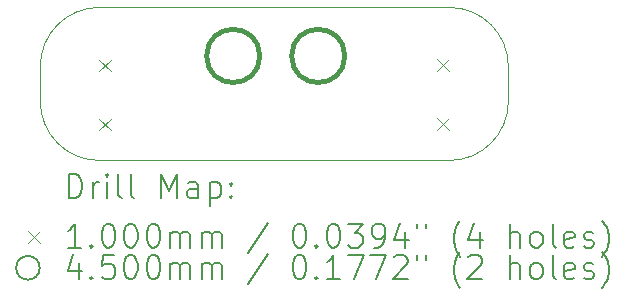
<source format=gbr>
%TF.GenerationSoftware,KiCad,Pcbnew,7.0.1*%
%TF.CreationDate,2024-05-21T14:39:31-07:00*%
%TF.ProjectId,Power_Filter_Board_V1,506f7765-725f-4466-996c-7465725f426f,rev?*%
%TF.SameCoordinates,Original*%
%TF.FileFunction,Drillmap*%
%TF.FilePolarity,Positive*%
%FSLAX45Y45*%
G04 Gerber Fmt 4.5, Leading zero omitted, Abs format (unit mm)*
G04 Created by KiCad (PCBNEW 7.0.1) date 2024-05-21 14:39:31*
%MOMM*%
%LPD*%
G01*
G04 APERTURE LIST*
%ADD10C,0.100000*%
%ADD11C,0.200000*%
%ADD12C,0.450000*%
G04 APERTURE END LIST*
D10*
X12491000Y-10101000D02*
G75*
G03*
X12991000Y-10601000I500000J0D01*
G01*
X15954000Y-10601000D02*
G75*
G03*
X16454000Y-10101000I0J500000D01*
G01*
X15954000Y-10601000D02*
X12991000Y-10601000D01*
X12991000Y-9305000D02*
G75*
G03*
X12491000Y-9805000I0J-500000D01*
G01*
X12491000Y-10101000D02*
X12491000Y-9805000D01*
X16454000Y-9805000D02*
G75*
G03*
X15954000Y-9305000I-500000J0D01*
G01*
X16454000Y-9805000D02*
X16454000Y-10101000D01*
X12991000Y-9305000D02*
X15954000Y-9305000D01*
D11*
D10*
X12991000Y-9746768D02*
X13091000Y-9846768D01*
X13091000Y-9746768D02*
X12991000Y-9846768D01*
X12991000Y-10246768D02*
X13091000Y-10346768D01*
X13091000Y-10246768D02*
X12991000Y-10346768D01*
X15852000Y-9743000D02*
X15952000Y-9843000D01*
X15952000Y-9743000D02*
X15852000Y-9843000D01*
X15852000Y-10243000D02*
X15952000Y-10343000D01*
X15952000Y-10243000D02*
X15852000Y-10343000D01*
D12*
X14349000Y-9716000D02*
G75*
G03*
X14349000Y-9716000I-225000J0D01*
G01*
X15069000Y-9716000D02*
G75*
G03*
X15069000Y-9716000I-225000J0D01*
G01*
D11*
X12733619Y-10918524D02*
X12733619Y-10718524D01*
X12733619Y-10718524D02*
X12781238Y-10718524D01*
X12781238Y-10718524D02*
X12809809Y-10728048D01*
X12809809Y-10728048D02*
X12828857Y-10747095D01*
X12828857Y-10747095D02*
X12838381Y-10766143D01*
X12838381Y-10766143D02*
X12847905Y-10804238D01*
X12847905Y-10804238D02*
X12847905Y-10832810D01*
X12847905Y-10832810D02*
X12838381Y-10870905D01*
X12838381Y-10870905D02*
X12828857Y-10889952D01*
X12828857Y-10889952D02*
X12809809Y-10909000D01*
X12809809Y-10909000D02*
X12781238Y-10918524D01*
X12781238Y-10918524D02*
X12733619Y-10918524D01*
X12933619Y-10918524D02*
X12933619Y-10785190D01*
X12933619Y-10823286D02*
X12943143Y-10804238D01*
X12943143Y-10804238D02*
X12952667Y-10794714D01*
X12952667Y-10794714D02*
X12971714Y-10785190D01*
X12971714Y-10785190D02*
X12990762Y-10785190D01*
X13057428Y-10918524D02*
X13057428Y-10785190D01*
X13057428Y-10718524D02*
X13047905Y-10728048D01*
X13047905Y-10728048D02*
X13057428Y-10737571D01*
X13057428Y-10737571D02*
X13066952Y-10728048D01*
X13066952Y-10728048D02*
X13057428Y-10718524D01*
X13057428Y-10718524D02*
X13057428Y-10737571D01*
X13181238Y-10918524D02*
X13162190Y-10909000D01*
X13162190Y-10909000D02*
X13152667Y-10889952D01*
X13152667Y-10889952D02*
X13152667Y-10718524D01*
X13286000Y-10918524D02*
X13266952Y-10909000D01*
X13266952Y-10909000D02*
X13257428Y-10889952D01*
X13257428Y-10889952D02*
X13257428Y-10718524D01*
X13514571Y-10918524D02*
X13514571Y-10718524D01*
X13514571Y-10718524D02*
X13581238Y-10861381D01*
X13581238Y-10861381D02*
X13647905Y-10718524D01*
X13647905Y-10718524D02*
X13647905Y-10918524D01*
X13828857Y-10918524D02*
X13828857Y-10813762D01*
X13828857Y-10813762D02*
X13819333Y-10794714D01*
X13819333Y-10794714D02*
X13800286Y-10785190D01*
X13800286Y-10785190D02*
X13762190Y-10785190D01*
X13762190Y-10785190D02*
X13743143Y-10794714D01*
X13828857Y-10909000D02*
X13809809Y-10918524D01*
X13809809Y-10918524D02*
X13762190Y-10918524D01*
X13762190Y-10918524D02*
X13743143Y-10909000D01*
X13743143Y-10909000D02*
X13733619Y-10889952D01*
X13733619Y-10889952D02*
X13733619Y-10870905D01*
X13733619Y-10870905D02*
X13743143Y-10851857D01*
X13743143Y-10851857D02*
X13762190Y-10842333D01*
X13762190Y-10842333D02*
X13809809Y-10842333D01*
X13809809Y-10842333D02*
X13828857Y-10832810D01*
X13924095Y-10785190D02*
X13924095Y-10985190D01*
X13924095Y-10794714D02*
X13943143Y-10785190D01*
X13943143Y-10785190D02*
X13981238Y-10785190D01*
X13981238Y-10785190D02*
X14000286Y-10794714D01*
X14000286Y-10794714D02*
X14009809Y-10804238D01*
X14009809Y-10804238D02*
X14019333Y-10823286D01*
X14019333Y-10823286D02*
X14019333Y-10880429D01*
X14019333Y-10880429D02*
X14009809Y-10899476D01*
X14009809Y-10899476D02*
X14000286Y-10909000D01*
X14000286Y-10909000D02*
X13981238Y-10918524D01*
X13981238Y-10918524D02*
X13943143Y-10918524D01*
X13943143Y-10918524D02*
X13924095Y-10909000D01*
X14105048Y-10899476D02*
X14114571Y-10909000D01*
X14114571Y-10909000D02*
X14105048Y-10918524D01*
X14105048Y-10918524D02*
X14095524Y-10909000D01*
X14095524Y-10909000D02*
X14105048Y-10899476D01*
X14105048Y-10899476D02*
X14105048Y-10918524D01*
X14105048Y-10794714D02*
X14114571Y-10804238D01*
X14114571Y-10804238D02*
X14105048Y-10813762D01*
X14105048Y-10813762D02*
X14095524Y-10804238D01*
X14095524Y-10804238D02*
X14105048Y-10794714D01*
X14105048Y-10794714D02*
X14105048Y-10813762D01*
D10*
X12386000Y-11196000D02*
X12486000Y-11296000D01*
X12486000Y-11196000D02*
X12386000Y-11296000D01*
D11*
X12838381Y-11338524D02*
X12724095Y-11338524D01*
X12781238Y-11338524D02*
X12781238Y-11138524D01*
X12781238Y-11138524D02*
X12762190Y-11167095D01*
X12762190Y-11167095D02*
X12743143Y-11186143D01*
X12743143Y-11186143D02*
X12724095Y-11195667D01*
X12924095Y-11319476D02*
X12933619Y-11329000D01*
X12933619Y-11329000D02*
X12924095Y-11338524D01*
X12924095Y-11338524D02*
X12914571Y-11329000D01*
X12914571Y-11329000D02*
X12924095Y-11319476D01*
X12924095Y-11319476D02*
X12924095Y-11338524D01*
X13057428Y-11138524D02*
X13076476Y-11138524D01*
X13076476Y-11138524D02*
X13095524Y-11148048D01*
X13095524Y-11148048D02*
X13105048Y-11157571D01*
X13105048Y-11157571D02*
X13114571Y-11176619D01*
X13114571Y-11176619D02*
X13124095Y-11214714D01*
X13124095Y-11214714D02*
X13124095Y-11262333D01*
X13124095Y-11262333D02*
X13114571Y-11300428D01*
X13114571Y-11300428D02*
X13105048Y-11319476D01*
X13105048Y-11319476D02*
X13095524Y-11329000D01*
X13095524Y-11329000D02*
X13076476Y-11338524D01*
X13076476Y-11338524D02*
X13057428Y-11338524D01*
X13057428Y-11338524D02*
X13038381Y-11329000D01*
X13038381Y-11329000D02*
X13028857Y-11319476D01*
X13028857Y-11319476D02*
X13019333Y-11300428D01*
X13019333Y-11300428D02*
X13009809Y-11262333D01*
X13009809Y-11262333D02*
X13009809Y-11214714D01*
X13009809Y-11214714D02*
X13019333Y-11176619D01*
X13019333Y-11176619D02*
X13028857Y-11157571D01*
X13028857Y-11157571D02*
X13038381Y-11148048D01*
X13038381Y-11148048D02*
X13057428Y-11138524D01*
X13247905Y-11138524D02*
X13266952Y-11138524D01*
X13266952Y-11138524D02*
X13286000Y-11148048D01*
X13286000Y-11148048D02*
X13295524Y-11157571D01*
X13295524Y-11157571D02*
X13305048Y-11176619D01*
X13305048Y-11176619D02*
X13314571Y-11214714D01*
X13314571Y-11214714D02*
X13314571Y-11262333D01*
X13314571Y-11262333D02*
X13305048Y-11300428D01*
X13305048Y-11300428D02*
X13295524Y-11319476D01*
X13295524Y-11319476D02*
X13286000Y-11329000D01*
X13286000Y-11329000D02*
X13266952Y-11338524D01*
X13266952Y-11338524D02*
X13247905Y-11338524D01*
X13247905Y-11338524D02*
X13228857Y-11329000D01*
X13228857Y-11329000D02*
X13219333Y-11319476D01*
X13219333Y-11319476D02*
X13209809Y-11300428D01*
X13209809Y-11300428D02*
X13200286Y-11262333D01*
X13200286Y-11262333D02*
X13200286Y-11214714D01*
X13200286Y-11214714D02*
X13209809Y-11176619D01*
X13209809Y-11176619D02*
X13219333Y-11157571D01*
X13219333Y-11157571D02*
X13228857Y-11148048D01*
X13228857Y-11148048D02*
X13247905Y-11138524D01*
X13438381Y-11138524D02*
X13457429Y-11138524D01*
X13457429Y-11138524D02*
X13476476Y-11148048D01*
X13476476Y-11148048D02*
X13486000Y-11157571D01*
X13486000Y-11157571D02*
X13495524Y-11176619D01*
X13495524Y-11176619D02*
X13505048Y-11214714D01*
X13505048Y-11214714D02*
X13505048Y-11262333D01*
X13505048Y-11262333D02*
X13495524Y-11300428D01*
X13495524Y-11300428D02*
X13486000Y-11319476D01*
X13486000Y-11319476D02*
X13476476Y-11329000D01*
X13476476Y-11329000D02*
X13457429Y-11338524D01*
X13457429Y-11338524D02*
X13438381Y-11338524D01*
X13438381Y-11338524D02*
X13419333Y-11329000D01*
X13419333Y-11329000D02*
X13409809Y-11319476D01*
X13409809Y-11319476D02*
X13400286Y-11300428D01*
X13400286Y-11300428D02*
X13390762Y-11262333D01*
X13390762Y-11262333D02*
X13390762Y-11214714D01*
X13390762Y-11214714D02*
X13400286Y-11176619D01*
X13400286Y-11176619D02*
X13409809Y-11157571D01*
X13409809Y-11157571D02*
X13419333Y-11148048D01*
X13419333Y-11148048D02*
X13438381Y-11138524D01*
X13590762Y-11338524D02*
X13590762Y-11205190D01*
X13590762Y-11224238D02*
X13600286Y-11214714D01*
X13600286Y-11214714D02*
X13619333Y-11205190D01*
X13619333Y-11205190D02*
X13647905Y-11205190D01*
X13647905Y-11205190D02*
X13666952Y-11214714D01*
X13666952Y-11214714D02*
X13676476Y-11233762D01*
X13676476Y-11233762D02*
X13676476Y-11338524D01*
X13676476Y-11233762D02*
X13686000Y-11214714D01*
X13686000Y-11214714D02*
X13705048Y-11205190D01*
X13705048Y-11205190D02*
X13733619Y-11205190D01*
X13733619Y-11205190D02*
X13752667Y-11214714D01*
X13752667Y-11214714D02*
X13762190Y-11233762D01*
X13762190Y-11233762D02*
X13762190Y-11338524D01*
X13857429Y-11338524D02*
X13857429Y-11205190D01*
X13857429Y-11224238D02*
X13866952Y-11214714D01*
X13866952Y-11214714D02*
X13886000Y-11205190D01*
X13886000Y-11205190D02*
X13914571Y-11205190D01*
X13914571Y-11205190D02*
X13933619Y-11214714D01*
X13933619Y-11214714D02*
X13943143Y-11233762D01*
X13943143Y-11233762D02*
X13943143Y-11338524D01*
X13943143Y-11233762D02*
X13952667Y-11214714D01*
X13952667Y-11214714D02*
X13971714Y-11205190D01*
X13971714Y-11205190D02*
X14000286Y-11205190D01*
X14000286Y-11205190D02*
X14019333Y-11214714D01*
X14019333Y-11214714D02*
X14028857Y-11233762D01*
X14028857Y-11233762D02*
X14028857Y-11338524D01*
X14419333Y-11129000D02*
X14247905Y-11386143D01*
X14676476Y-11138524D02*
X14695524Y-11138524D01*
X14695524Y-11138524D02*
X14714572Y-11148048D01*
X14714572Y-11148048D02*
X14724095Y-11157571D01*
X14724095Y-11157571D02*
X14733619Y-11176619D01*
X14733619Y-11176619D02*
X14743143Y-11214714D01*
X14743143Y-11214714D02*
X14743143Y-11262333D01*
X14743143Y-11262333D02*
X14733619Y-11300428D01*
X14733619Y-11300428D02*
X14724095Y-11319476D01*
X14724095Y-11319476D02*
X14714572Y-11329000D01*
X14714572Y-11329000D02*
X14695524Y-11338524D01*
X14695524Y-11338524D02*
X14676476Y-11338524D01*
X14676476Y-11338524D02*
X14657429Y-11329000D01*
X14657429Y-11329000D02*
X14647905Y-11319476D01*
X14647905Y-11319476D02*
X14638381Y-11300428D01*
X14638381Y-11300428D02*
X14628857Y-11262333D01*
X14628857Y-11262333D02*
X14628857Y-11214714D01*
X14628857Y-11214714D02*
X14638381Y-11176619D01*
X14638381Y-11176619D02*
X14647905Y-11157571D01*
X14647905Y-11157571D02*
X14657429Y-11148048D01*
X14657429Y-11148048D02*
X14676476Y-11138524D01*
X14828857Y-11319476D02*
X14838381Y-11329000D01*
X14838381Y-11329000D02*
X14828857Y-11338524D01*
X14828857Y-11338524D02*
X14819333Y-11329000D01*
X14819333Y-11329000D02*
X14828857Y-11319476D01*
X14828857Y-11319476D02*
X14828857Y-11338524D01*
X14962191Y-11138524D02*
X14981238Y-11138524D01*
X14981238Y-11138524D02*
X15000286Y-11148048D01*
X15000286Y-11148048D02*
X15009810Y-11157571D01*
X15009810Y-11157571D02*
X15019333Y-11176619D01*
X15019333Y-11176619D02*
X15028857Y-11214714D01*
X15028857Y-11214714D02*
X15028857Y-11262333D01*
X15028857Y-11262333D02*
X15019333Y-11300428D01*
X15019333Y-11300428D02*
X15009810Y-11319476D01*
X15009810Y-11319476D02*
X15000286Y-11329000D01*
X15000286Y-11329000D02*
X14981238Y-11338524D01*
X14981238Y-11338524D02*
X14962191Y-11338524D01*
X14962191Y-11338524D02*
X14943143Y-11329000D01*
X14943143Y-11329000D02*
X14933619Y-11319476D01*
X14933619Y-11319476D02*
X14924095Y-11300428D01*
X14924095Y-11300428D02*
X14914572Y-11262333D01*
X14914572Y-11262333D02*
X14914572Y-11214714D01*
X14914572Y-11214714D02*
X14924095Y-11176619D01*
X14924095Y-11176619D02*
X14933619Y-11157571D01*
X14933619Y-11157571D02*
X14943143Y-11148048D01*
X14943143Y-11148048D02*
X14962191Y-11138524D01*
X15095524Y-11138524D02*
X15219333Y-11138524D01*
X15219333Y-11138524D02*
X15152667Y-11214714D01*
X15152667Y-11214714D02*
X15181238Y-11214714D01*
X15181238Y-11214714D02*
X15200286Y-11224238D01*
X15200286Y-11224238D02*
X15209810Y-11233762D01*
X15209810Y-11233762D02*
X15219333Y-11252809D01*
X15219333Y-11252809D02*
X15219333Y-11300428D01*
X15219333Y-11300428D02*
X15209810Y-11319476D01*
X15209810Y-11319476D02*
X15200286Y-11329000D01*
X15200286Y-11329000D02*
X15181238Y-11338524D01*
X15181238Y-11338524D02*
X15124095Y-11338524D01*
X15124095Y-11338524D02*
X15105048Y-11329000D01*
X15105048Y-11329000D02*
X15095524Y-11319476D01*
X15314572Y-11338524D02*
X15352667Y-11338524D01*
X15352667Y-11338524D02*
X15371714Y-11329000D01*
X15371714Y-11329000D02*
X15381238Y-11319476D01*
X15381238Y-11319476D02*
X15400286Y-11290905D01*
X15400286Y-11290905D02*
X15409810Y-11252809D01*
X15409810Y-11252809D02*
X15409810Y-11176619D01*
X15409810Y-11176619D02*
X15400286Y-11157571D01*
X15400286Y-11157571D02*
X15390762Y-11148048D01*
X15390762Y-11148048D02*
X15371714Y-11138524D01*
X15371714Y-11138524D02*
X15333619Y-11138524D01*
X15333619Y-11138524D02*
X15314572Y-11148048D01*
X15314572Y-11148048D02*
X15305048Y-11157571D01*
X15305048Y-11157571D02*
X15295524Y-11176619D01*
X15295524Y-11176619D02*
X15295524Y-11224238D01*
X15295524Y-11224238D02*
X15305048Y-11243286D01*
X15305048Y-11243286D02*
X15314572Y-11252809D01*
X15314572Y-11252809D02*
X15333619Y-11262333D01*
X15333619Y-11262333D02*
X15371714Y-11262333D01*
X15371714Y-11262333D02*
X15390762Y-11252809D01*
X15390762Y-11252809D02*
X15400286Y-11243286D01*
X15400286Y-11243286D02*
X15409810Y-11224238D01*
X15581238Y-11205190D02*
X15581238Y-11338524D01*
X15533619Y-11129000D02*
X15486000Y-11271857D01*
X15486000Y-11271857D02*
X15609810Y-11271857D01*
X15676476Y-11138524D02*
X15676476Y-11176619D01*
X15752667Y-11138524D02*
X15752667Y-11176619D01*
X16047905Y-11414714D02*
X16038381Y-11405190D01*
X16038381Y-11405190D02*
X16019334Y-11376619D01*
X16019334Y-11376619D02*
X16009810Y-11357571D01*
X16009810Y-11357571D02*
X16000286Y-11329000D01*
X16000286Y-11329000D02*
X15990762Y-11281381D01*
X15990762Y-11281381D02*
X15990762Y-11243286D01*
X15990762Y-11243286D02*
X16000286Y-11195667D01*
X16000286Y-11195667D02*
X16009810Y-11167095D01*
X16009810Y-11167095D02*
X16019334Y-11148048D01*
X16019334Y-11148048D02*
X16038381Y-11119476D01*
X16038381Y-11119476D02*
X16047905Y-11109952D01*
X16209810Y-11205190D02*
X16209810Y-11338524D01*
X16162191Y-11129000D02*
X16114572Y-11271857D01*
X16114572Y-11271857D02*
X16238381Y-11271857D01*
X16466953Y-11338524D02*
X16466953Y-11138524D01*
X16552667Y-11338524D02*
X16552667Y-11233762D01*
X16552667Y-11233762D02*
X16543143Y-11214714D01*
X16543143Y-11214714D02*
X16524096Y-11205190D01*
X16524096Y-11205190D02*
X16495524Y-11205190D01*
X16495524Y-11205190D02*
X16476476Y-11214714D01*
X16476476Y-11214714D02*
X16466953Y-11224238D01*
X16676476Y-11338524D02*
X16657429Y-11329000D01*
X16657429Y-11329000D02*
X16647905Y-11319476D01*
X16647905Y-11319476D02*
X16638381Y-11300428D01*
X16638381Y-11300428D02*
X16638381Y-11243286D01*
X16638381Y-11243286D02*
X16647905Y-11224238D01*
X16647905Y-11224238D02*
X16657429Y-11214714D01*
X16657429Y-11214714D02*
X16676476Y-11205190D01*
X16676476Y-11205190D02*
X16705048Y-11205190D01*
X16705048Y-11205190D02*
X16724096Y-11214714D01*
X16724096Y-11214714D02*
X16733619Y-11224238D01*
X16733619Y-11224238D02*
X16743143Y-11243286D01*
X16743143Y-11243286D02*
X16743143Y-11300428D01*
X16743143Y-11300428D02*
X16733619Y-11319476D01*
X16733619Y-11319476D02*
X16724096Y-11329000D01*
X16724096Y-11329000D02*
X16705048Y-11338524D01*
X16705048Y-11338524D02*
X16676476Y-11338524D01*
X16857429Y-11338524D02*
X16838381Y-11329000D01*
X16838381Y-11329000D02*
X16828858Y-11309952D01*
X16828858Y-11309952D02*
X16828858Y-11138524D01*
X17009810Y-11329000D02*
X16990762Y-11338524D01*
X16990762Y-11338524D02*
X16952667Y-11338524D01*
X16952667Y-11338524D02*
X16933619Y-11329000D01*
X16933619Y-11329000D02*
X16924096Y-11309952D01*
X16924096Y-11309952D02*
X16924096Y-11233762D01*
X16924096Y-11233762D02*
X16933619Y-11214714D01*
X16933619Y-11214714D02*
X16952667Y-11205190D01*
X16952667Y-11205190D02*
X16990762Y-11205190D01*
X16990762Y-11205190D02*
X17009810Y-11214714D01*
X17009810Y-11214714D02*
X17019334Y-11233762D01*
X17019334Y-11233762D02*
X17019334Y-11252809D01*
X17019334Y-11252809D02*
X16924096Y-11271857D01*
X17095524Y-11329000D02*
X17114572Y-11338524D01*
X17114572Y-11338524D02*
X17152667Y-11338524D01*
X17152667Y-11338524D02*
X17171715Y-11329000D01*
X17171715Y-11329000D02*
X17181239Y-11309952D01*
X17181239Y-11309952D02*
X17181239Y-11300428D01*
X17181239Y-11300428D02*
X17171715Y-11281381D01*
X17171715Y-11281381D02*
X17152667Y-11271857D01*
X17152667Y-11271857D02*
X17124096Y-11271857D01*
X17124096Y-11271857D02*
X17105048Y-11262333D01*
X17105048Y-11262333D02*
X17095524Y-11243286D01*
X17095524Y-11243286D02*
X17095524Y-11233762D01*
X17095524Y-11233762D02*
X17105048Y-11214714D01*
X17105048Y-11214714D02*
X17124096Y-11205190D01*
X17124096Y-11205190D02*
X17152667Y-11205190D01*
X17152667Y-11205190D02*
X17171715Y-11214714D01*
X17247905Y-11414714D02*
X17257429Y-11405190D01*
X17257429Y-11405190D02*
X17276477Y-11376619D01*
X17276477Y-11376619D02*
X17286000Y-11357571D01*
X17286000Y-11357571D02*
X17295524Y-11329000D01*
X17295524Y-11329000D02*
X17305048Y-11281381D01*
X17305048Y-11281381D02*
X17305048Y-11243286D01*
X17305048Y-11243286D02*
X17295524Y-11195667D01*
X17295524Y-11195667D02*
X17286000Y-11167095D01*
X17286000Y-11167095D02*
X17276477Y-11148048D01*
X17276477Y-11148048D02*
X17257429Y-11119476D01*
X17257429Y-11119476D02*
X17247905Y-11109952D01*
X12486000Y-11510000D02*
G75*
G03*
X12486000Y-11510000I-100000J0D01*
G01*
X12819333Y-11469190D02*
X12819333Y-11602524D01*
X12771714Y-11393000D02*
X12724095Y-11535857D01*
X12724095Y-11535857D02*
X12847905Y-11535857D01*
X12924095Y-11583476D02*
X12933619Y-11593000D01*
X12933619Y-11593000D02*
X12924095Y-11602524D01*
X12924095Y-11602524D02*
X12914571Y-11593000D01*
X12914571Y-11593000D02*
X12924095Y-11583476D01*
X12924095Y-11583476D02*
X12924095Y-11602524D01*
X13114571Y-11402524D02*
X13019333Y-11402524D01*
X13019333Y-11402524D02*
X13009809Y-11497762D01*
X13009809Y-11497762D02*
X13019333Y-11488238D01*
X13019333Y-11488238D02*
X13038381Y-11478714D01*
X13038381Y-11478714D02*
X13086000Y-11478714D01*
X13086000Y-11478714D02*
X13105048Y-11488238D01*
X13105048Y-11488238D02*
X13114571Y-11497762D01*
X13114571Y-11497762D02*
X13124095Y-11516809D01*
X13124095Y-11516809D02*
X13124095Y-11564428D01*
X13124095Y-11564428D02*
X13114571Y-11583476D01*
X13114571Y-11583476D02*
X13105048Y-11593000D01*
X13105048Y-11593000D02*
X13086000Y-11602524D01*
X13086000Y-11602524D02*
X13038381Y-11602524D01*
X13038381Y-11602524D02*
X13019333Y-11593000D01*
X13019333Y-11593000D02*
X13009809Y-11583476D01*
X13247905Y-11402524D02*
X13266952Y-11402524D01*
X13266952Y-11402524D02*
X13286000Y-11412048D01*
X13286000Y-11412048D02*
X13295524Y-11421571D01*
X13295524Y-11421571D02*
X13305048Y-11440619D01*
X13305048Y-11440619D02*
X13314571Y-11478714D01*
X13314571Y-11478714D02*
X13314571Y-11526333D01*
X13314571Y-11526333D02*
X13305048Y-11564428D01*
X13305048Y-11564428D02*
X13295524Y-11583476D01*
X13295524Y-11583476D02*
X13286000Y-11593000D01*
X13286000Y-11593000D02*
X13266952Y-11602524D01*
X13266952Y-11602524D02*
X13247905Y-11602524D01*
X13247905Y-11602524D02*
X13228857Y-11593000D01*
X13228857Y-11593000D02*
X13219333Y-11583476D01*
X13219333Y-11583476D02*
X13209809Y-11564428D01*
X13209809Y-11564428D02*
X13200286Y-11526333D01*
X13200286Y-11526333D02*
X13200286Y-11478714D01*
X13200286Y-11478714D02*
X13209809Y-11440619D01*
X13209809Y-11440619D02*
X13219333Y-11421571D01*
X13219333Y-11421571D02*
X13228857Y-11412048D01*
X13228857Y-11412048D02*
X13247905Y-11402524D01*
X13438381Y-11402524D02*
X13457429Y-11402524D01*
X13457429Y-11402524D02*
X13476476Y-11412048D01*
X13476476Y-11412048D02*
X13486000Y-11421571D01*
X13486000Y-11421571D02*
X13495524Y-11440619D01*
X13495524Y-11440619D02*
X13505048Y-11478714D01*
X13505048Y-11478714D02*
X13505048Y-11526333D01*
X13505048Y-11526333D02*
X13495524Y-11564428D01*
X13495524Y-11564428D02*
X13486000Y-11583476D01*
X13486000Y-11583476D02*
X13476476Y-11593000D01*
X13476476Y-11593000D02*
X13457429Y-11602524D01*
X13457429Y-11602524D02*
X13438381Y-11602524D01*
X13438381Y-11602524D02*
X13419333Y-11593000D01*
X13419333Y-11593000D02*
X13409809Y-11583476D01*
X13409809Y-11583476D02*
X13400286Y-11564428D01*
X13400286Y-11564428D02*
X13390762Y-11526333D01*
X13390762Y-11526333D02*
X13390762Y-11478714D01*
X13390762Y-11478714D02*
X13400286Y-11440619D01*
X13400286Y-11440619D02*
X13409809Y-11421571D01*
X13409809Y-11421571D02*
X13419333Y-11412048D01*
X13419333Y-11412048D02*
X13438381Y-11402524D01*
X13590762Y-11602524D02*
X13590762Y-11469190D01*
X13590762Y-11488238D02*
X13600286Y-11478714D01*
X13600286Y-11478714D02*
X13619333Y-11469190D01*
X13619333Y-11469190D02*
X13647905Y-11469190D01*
X13647905Y-11469190D02*
X13666952Y-11478714D01*
X13666952Y-11478714D02*
X13676476Y-11497762D01*
X13676476Y-11497762D02*
X13676476Y-11602524D01*
X13676476Y-11497762D02*
X13686000Y-11478714D01*
X13686000Y-11478714D02*
X13705048Y-11469190D01*
X13705048Y-11469190D02*
X13733619Y-11469190D01*
X13733619Y-11469190D02*
X13752667Y-11478714D01*
X13752667Y-11478714D02*
X13762190Y-11497762D01*
X13762190Y-11497762D02*
X13762190Y-11602524D01*
X13857429Y-11602524D02*
X13857429Y-11469190D01*
X13857429Y-11488238D02*
X13866952Y-11478714D01*
X13866952Y-11478714D02*
X13886000Y-11469190D01*
X13886000Y-11469190D02*
X13914571Y-11469190D01*
X13914571Y-11469190D02*
X13933619Y-11478714D01*
X13933619Y-11478714D02*
X13943143Y-11497762D01*
X13943143Y-11497762D02*
X13943143Y-11602524D01*
X13943143Y-11497762D02*
X13952667Y-11478714D01*
X13952667Y-11478714D02*
X13971714Y-11469190D01*
X13971714Y-11469190D02*
X14000286Y-11469190D01*
X14000286Y-11469190D02*
X14019333Y-11478714D01*
X14019333Y-11478714D02*
X14028857Y-11497762D01*
X14028857Y-11497762D02*
X14028857Y-11602524D01*
X14419333Y-11393000D02*
X14247905Y-11650143D01*
X14676476Y-11402524D02*
X14695524Y-11402524D01*
X14695524Y-11402524D02*
X14714572Y-11412048D01*
X14714572Y-11412048D02*
X14724095Y-11421571D01*
X14724095Y-11421571D02*
X14733619Y-11440619D01*
X14733619Y-11440619D02*
X14743143Y-11478714D01*
X14743143Y-11478714D02*
X14743143Y-11526333D01*
X14743143Y-11526333D02*
X14733619Y-11564428D01*
X14733619Y-11564428D02*
X14724095Y-11583476D01*
X14724095Y-11583476D02*
X14714572Y-11593000D01*
X14714572Y-11593000D02*
X14695524Y-11602524D01*
X14695524Y-11602524D02*
X14676476Y-11602524D01*
X14676476Y-11602524D02*
X14657429Y-11593000D01*
X14657429Y-11593000D02*
X14647905Y-11583476D01*
X14647905Y-11583476D02*
X14638381Y-11564428D01*
X14638381Y-11564428D02*
X14628857Y-11526333D01*
X14628857Y-11526333D02*
X14628857Y-11478714D01*
X14628857Y-11478714D02*
X14638381Y-11440619D01*
X14638381Y-11440619D02*
X14647905Y-11421571D01*
X14647905Y-11421571D02*
X14657429Y-11412048D01*
X14657429Y-11412048D02*
X14676476Y-11402524D01*
X14828857Y-11583476D02*
X14838381Y-11593000D01*
X14838381Y-11593000D02*
X14828857Y-11602524D01*
X14828857Y-11602524D02*
X14819333Y-11593000D01*
X14819333Y-11593000D02*
X14828857Y-11583476D01*
X14828857Y-11583476D02*
X14828857Y-11602524D01*
X15028857Y-11602524D02*
X14914572Y-11602524D01*
X14971714Y-11602524D02*
X14971714Y-11402524D01*
X14971714Y-11402524D02*
X14952667Y-11431095D01*
X14952667Y-11431095D02*
X14933619Y-11450143D01*
X14933619Y-11450143D02*
X14914572Y-11459667D01*
X15095524Y-11402524D02*
X15228857Y-11402524D01*
X15228857Y-11402524D02*
X15143143Y-11602524D01*
X15286000Y-11402524D02*
X15419333Y-11402524D01*
X15419333Y-11402524D02*
X15333619Y-11602524D01*
X15486000Y-11421571D02*
X15495524Y-11412048D01*
X15495524Y-11412048D02*
X15514572Y-11402524D01*
X15514572Y-11402524D02*
X15562191Y-11402524D01*
X15562191Y-11402524D02*
X15581238Y-11412048D01*
X15581238Y-11412048D02*
X15590762Y-11421571D01*
X15590762Y-11421571D02*
X15600286Y-11440619D01*
X15600286Y-11440619D02*
X15600286Y-11459667D01*
X15600286Y-11459667D02*
X15590762Y-11488238D01*
X15590762Y-11488238D02*
X15476476Y-11602524D01*
X15476476Y-11602524D02*
X15600286Y-11602524D01*
X15676476Y-11402524D02*
X15676476Y-11440619D01*
X15752667Y-11402524D02*
X15752667Y-11440619D01*
X16047905Y-11678714D02*
X16038381Y-11669190D01*
X16038381Y-11669190D02*
X16019334Y-11640619D01*
X16019334Y-11640619D02*
X16009810Y-11621571D01*
X16009810Y-11621571D02*
X16000286Y-11593000D01*
X16000286Y-11593000D02*
X15990762Y-11545381D01*
X15990762Y-11545381D02*
X15990762Y-11507286D01*
X15990762Y-11507286D02*
X16000286Y-11459667D01*
X16000286Y-11459667D02*
X16009810Y-11431095D01*
X16009810Y-11431095D02*
X16019334Y-11412048D01*
X16019334Y-11412048D02*
X16038381Y-11383476D01*
X16038381Y-11383476D02*
X16047905Y-11373952D01*
X16114572Y-11421571D02*
X16124095Y-11412048D01*
X16124095Y-11412048D02*
X16143143Y-11402524D01*
X16143143Y-11402524D02*
X16190762Y-11402524D01*
X16190762Y-11402524D02*
X16209810Y-11412048D01*
X16209810Y-11412048D02*
X16219334Y-11421571D01*
X16219334Y-11421571D02*
X16228857Y-11440619D01*
X16228857Y-11440619D02*
X16228857Y-11459667D01*
X16228857Y-11459667D02*
X16219334Y-11488238D01*
X16219334Y-11488238D02*
X16105048Y-11602524D01*
X16105048Y-11602524D02*
X16228857Y-11602524D01*
X16466953Y-11602524D02*
X16466953Y-11402524D01*
X16552667Y-11602524D02*
X16552667Y-11497762D01*
X16552667Y-11497762D02*
X16543143Y-11478714D01*
X16543143Y-11478714D02*
X16524096Y-11469190D01*
X16524096Y-11469190D02*
X16495524Y-11469190D01*
X16495524Y-11469190D02*
X16476476Y-11478714D01*
X16476476Y-11478714D02*
X16466953Y-11488238D01*
X16676476Y-11602524D02*
X16657429Y-11593000D01*
X16657429Y-11593000D02*
X16647905Y-11583476D01*
X16647905Y-11583476D02*
X16638381Y-11564428D01*
X16638381Y-11564428D02*
X16638381Y-11507286D01*
X16638381Y-11507286D02*
X16647905Y-11488238D01*
X16647905Y-11488238D02*
X16657429Y-11478714D01*
X16657429Y-11478714D02*
X16676476Y-11469190D01*
X16676476Y-11469190D02*
X16705048Y-11469190D01*
X16705048Y-11469190D02*
X16724096Y-11478714D01*
X16724096Y-11478714D02*
X16733619Y-11488238D01*
X16733619Y-11488238D02*
X16743143Y-11507286D01*
X16743143Y-11507286D02*
X16743143Y-11564428D01*
X16743143Y-11564428D02*
X16733619Y-11583476D01*
X16733619Y-11583476D02*
X16724096Y-11593000D01*
X16724096Y-11593000D02*
X16705048Y-11602524D01*
X16705048Y-11602524D02*
X16676476Y-11602524D01*
X16857429Y-11602524D02*
X16838381Y-11593000D01*
X16838381Y-11593000D02*
X16828858Y-11573952D01*
X16828858Y-11573952D02*
X16828858Y-11402524D01*
X17009810Y-11593000D02*
X16990762Y-11602524D01*
X16990762Y-11602524D02*
X16952667Y-11602524D01*
X16952667Y-11602524D02*
X16933619Y-11593000D01*
X16933619Y-11593000D02*
X16924096Y-11573952D01*
X16924096Y-11573952D02*
X16924096Y-11497762D01*
X16924096Y-11497762D02*
X16933619Y-11478714D01*
X16933619Y-11478714D02*
X16952667Y-11469190D01*
X16952667Y-11469190D02*
X16990762Y-11469190D01*
X16990762Y-11469190D02*
X17009810Y-11478714D01*
X17009810Y-11478714D02*
X17019334Y-11497762D01*
X17019334Y-11497762D02*
X17019334Y-11516809D01*
X17019334Y-11516809D02*
X16924096Y-11535857D01*
X17095524Y-11593000D02*
X17114572Y-11602524D01*
X17114572Y-11602524D02*
X17152667Y-11602524D01*
X17152667Y-11602524D02*
X17171715Y-11593000D01*
X17171715Y-11593000D02*
X17181239Y-11573952D01*
X17181239Y-11573952D02*
X17181239Y-11564428D01*
X17181239Y-11564428D02*
X17171715Y-11545381D01*
X17171715Y-11545381D02*
X17152667Y-11535857D01*
X17152667Y-11535857D02*
X17124096Y-11535857D01*
X17124096Y-11535857D02*
X17105048Y-11526333D01*
X17105048Y-11526333D02*
X17095524Y-11507286D01*
X17095524Y-11507286D02*
X17095524Y-11497762D01*
X17095524Y-11497762D02*
X17105048Y-11478714D01*
X17105048Y-11478714D02*
X17124096Y-11469190D01*
X17124096Y-11469190D02*
X17152667Y-11469190D01*
X17152667Y-11469190D02*
X17171715Y-11478714D01*
X17247905Y-11678714D02*
X17257429Y-11669190D01*
X17257429Y-11669190D02*
X17276477Y-11640619D01*
X17276477Y-11640619D02*
X17286000Y-11621571D01*
X17286000Y-11621571D02*
X17295524Y-11593000D01*
X17295524Y-11593000D02*
X17305048Y-11545381D01*
X17305048Y-11545381D02*
X17305048Y-11507286D01*
X17305048Y-11507286D02*
X17295524Y-11459667D01*
X17295524Y-11459667D02*
X17286000Y-11431095D01*
X17286000Y-11431095D02*
X17276477Y-11412048D01*
X17276477Y-11412048D02*
X17257429Y-11383476D01*
X17257429Y-11383476D02*
X17247905Y-11373952D01*
M02*

</source>
